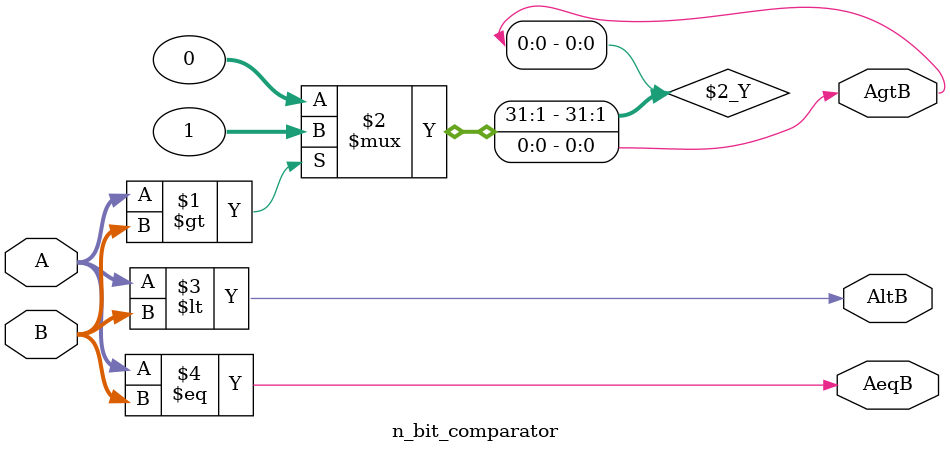
<source format=v>
`timescale 1ns / 1ps

module n_bit_comparator #(parameter w=4)(
input [w-1:0]A,B,
output AgtB,AltB,AeqB
    );
    assign AgtB = (A>B)?1:0;
    assign AltB = (A<B);
    assign AeqB = (A==B);
endmodule

</source>
